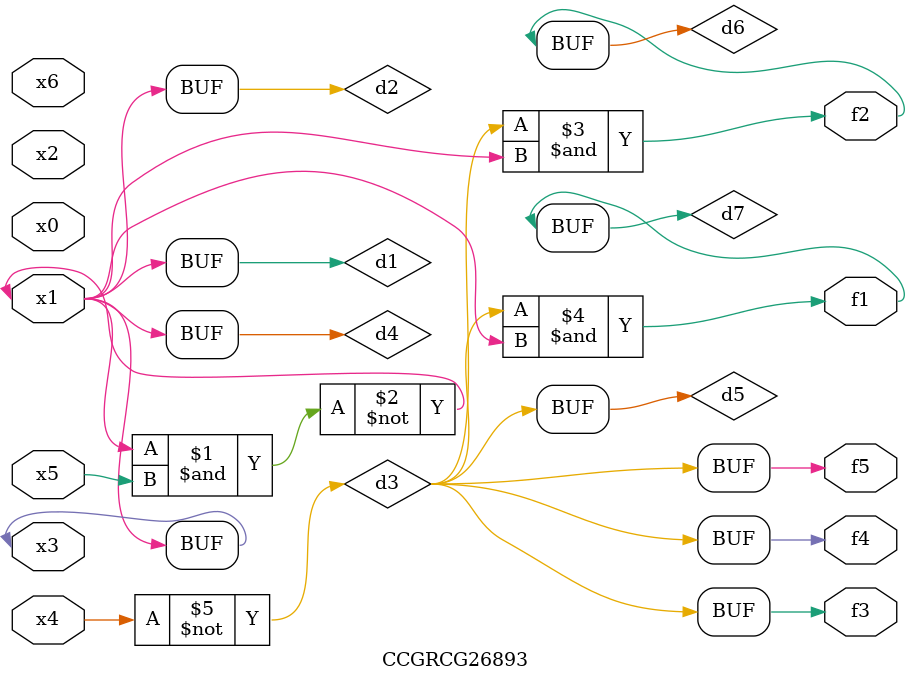
<source format=v>
module CCGRCG26893(
	input x0, x1, x2, x3, x4, x5, x6,
	output f1, f2, f3, f4, f5
);

	wire d1, d2, d3, d4, d5, d6, d7;

	buf (d1, x1, x3);
	nand (d2, x1, x5);
	not (d3, x4);
	buf (d4, d1, d2);
	buf (d5, d3);
	and (d6, d3, d4);
	and (d7, d3, d4);
	assign f1 = d7;
	assign f2 = d6;
	assign f3 = d5;
	assign f4 = d5;
	assign f5 = d5;
endmodule

</source>
